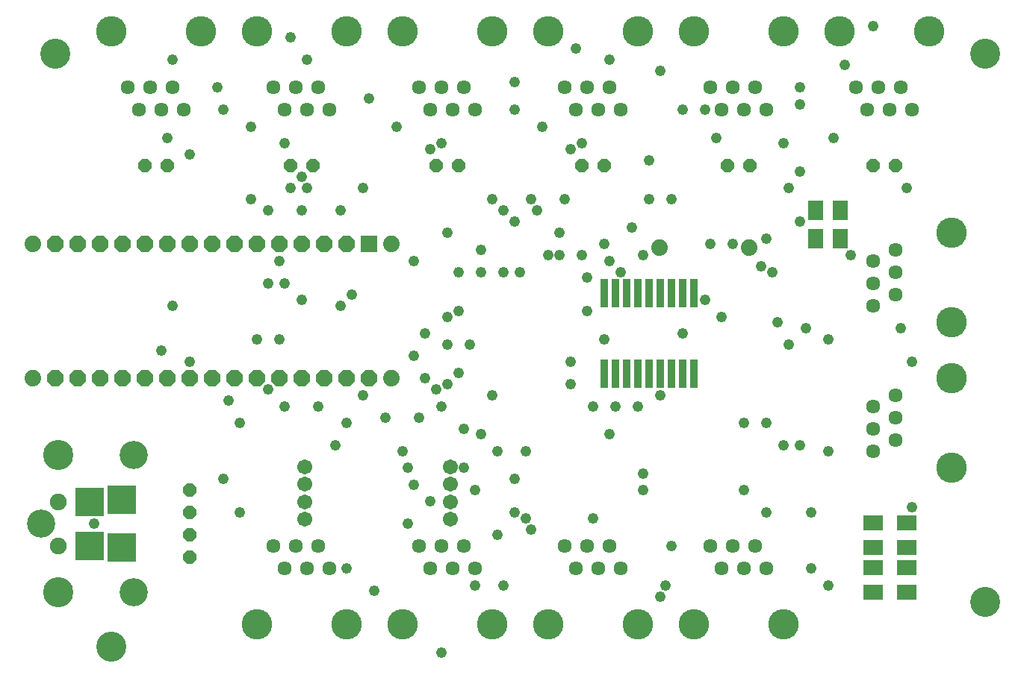
<source format=gts>
G75*
G70*
%OFA0B0*%
%FSLAX24Y24*%
%IPPOS*%
%LPD*%
%AMOC8*
5,1,8,0,0,1.08239X$1,22.5*
%
%ADD10C,0.1340*%
%ADD11C,0.0740*%
%ADD12R,0.0740X0.0740*%
%ADD13OC8,0.0740*%
%ADD14C,0.0634*%
%ADD15C,0.1360*%
%ADD16OC8,0.0600*%
%ADD17R,0.0340X0.1280*%
%ADD18R,0.0867X0.0710*%
%ADD19R,0.0710X0.0867*%
%ADD20C,0.0674*%
%ADD21C,0.1261*%
%ADD22C,0.1346*%
%ADD23R,0.1261X0.1261*%
%ADD24C,0.0749*%
%ADD25C,0.0480*%
D10*
X005062Y002212D03*
X002562Y028712D03*
X044062Y028712D03*
X044062Y004212D03*
D11*
X033550Y020064D03*
X029550Y020064D03*
X017562Y020212D03*
X017562Y014212D03*
X001562Y014212D03*
X001562Y020212D03*
D12*
X016562Y020212D03*
D13*
X015562Y020212D03*
X014562Y020212D03*
X013562Y020212D03*
X012562Y020212D03*
X011562Y020212D03*
X010562Y020212D03*
X009562Y020212D03*
X008562Y020212D03*
X007562Y020212D03*
X006562Y020212D03*
X005562Y020212D03*
X004562Y020212D03*
X003562Y020212D03*
X002562Y020212D03*
X002562Y014212D03*
X003562Y014212D03*
X004562Y014212D03*
X005562Y014212D03*
X006562Y014212D03*
X007562Y014212D03*
X008562Y014212D03*
X009562Y014212D03*
X010562Y014212D03*
X011562Y014212D03*
X012562Y014212D03*
X013562Y014212D03*
X014562Y014212D03*
X015562Y014212D03*
X016562Y014212D03*
D14*
X014312Y006712D03*
X013312Y006712D03*
X012312Y006712D03*
X012812Y005712D03*
X013812Y005712D03*
X014812Y005712D03*
X018812Y006712D03*
X019812Y006712D03*
X020812Y006712D03*
X020312Y005712D03*
X019312Y005712D03*
X021312Y005712D03*
X025312Y006712D03*
X026312Y006712D03*
X027312Y006712D03*
X026812Y005712D03*
X025812Y005712D03*
X027812Y005712D03*
X031812Y006712D03*
X032812Y006712D03*
X033812Y006712D03*
X033312Y005712D03*
X032312Y005712D03*
X034312Y005712D03*
X039062Y010962D03*
X040062Y011462D03*
X039062Y011962D03*
X040062Y012462D03*
X039062Y012962D03*
X040062Y013462D03*
X039062Y017462D03*
X040062Y017962D03*
X039062Y018462D03*
X040062Y018962D03*
X039062Y019462D03*
X040062Y019962D03*
X039812Y026212D03*
X038812Y026212D03*
X038312Y027212D03*
X039312Y027212D03*
X040312Y027212D03*
X040812Y026212D03*
X034312Y026212D03*
X033312Y026212D03*
X032312Y026212D03*
X031812Y027212D03*
X032812Y027212D03*
X033812Y027212D03*
X027812Y026212D03*
X026812Y026212D03*
X025812Y026212D03*
X025312Y027212D03*
X026312Y027212D03*
X027312Y027212D03*
X021312Y026212D03*
X020312Y026212D03*
X019312Y026212D03*
X018812Y027212D03*
X019812Y027212D03*
X020812Y027212D03*
X014812Y026212D03*
X013812Y026212D03*
X012812Y026212D03*
X012312Y027212D03*
X013312Y027212D03*
X014312Y027212D03*
X008312Y026212D03*
X007312Y026212D03*
X006312Y026212D03*
X005812Y027212D03*
X006812Y027212D03*
X007812Y027212D03*
D15*
X009062Y029712D03*
X011562Y029712D03*
X015562Y029712D03*
X018062Y029712D03*
X022062Y029712D03*
X024562Y029712D03*
X028562Y029712D03*
X031062Y029712D03*
X035062Y029712D03*
X037562Y029712D03*
X041562Y029712D03*
X042562Y020712D03*
X042562Y016712D03*
X042562Y014212D03*
X042562Y010212D03*
X035062Y003212D03*
X031062Y003212D03*
X028562Y003212D03*
X024562Y003212D03*
X022062Y003212D03*
X018062Y003212D03*
X015562Y003212D03*
X011562Y003212D03*
X005062Y029712D03*
D16*
X006562Y023712D03*
X007562Y023712D03*
X013062Y023712D03*
X014062Y023712D03*
X019562Y023712D03*
X020562Y023712D03*
X026062Y023712D03*
X027062Y023712D03*
X032562Y023712D03*
X033562Y023712D03*
X039062Y023712D03*
X040062Y023712D03*
X008562Y009212D03*
X008562Y008212D03*
X008562Y007212D03*
X008562Y006212D03*
D17*
X027062Y014407D03*
X027562Y014407D03*
X028062Y014407D03*
X028562Y014407D03*
X029062Y014407D03*
X029562Y014407D03*
X030062Y014407D03*
X030562Y014407D03*
X031062Y014407D03*
X031062Y018017D03*
X030562Y018017D03*
X030062Y018017D03*
X029562Y018017D03*
X029062Y018017D03*
X028562Y018017D03*
X028062Y018017D03*
X027562Y018017D03*
X027062Y018032D03*
D18*
X039062Y007763D03*
X039062Y006660D03*
X039062Y005763D03*
X039062Y004660D03*
X040562Y004660D03*
X040562Y005763D03*
X040562Y006660D03*
X040562Y007763D03*
D19*
X037613Y020462D03*
X036511Y020462D03*
X036511Y021712D03*
X037613Y021712D03*
D20*
X020187Y010268D03*
X020187Y009480D03*
X020187Y008693D03*
X020187Y007906D03*
X013687Y007906D03*
X013687Y008693D03*
X013687Y009480D03*
X013687Y010268D03*
D21*
X006062Y010783D03*
X001928Y007712D03*
X006062Y004641D03*
D22*
X002716Y004641D03*
X002716Y010783D03*
D23*
X004094Y008696D03*
X005531Y008775D03*
X005531Y006649D03*
X004094Y006727D03*
D24*
X002716Y006727D03*
X002716Y008696D03*
D25*
X004312Y007712D03*
X010062Y009712D03*
X010812Y008212D03*
X015062Y011212D03*
X015562Y012212D03*
X014312Y012962D03*
X012812Y012962D03*
X012062Y013712D03*
X010312Y013212D03*
X010812Y012212D03*
X008562Y014962D03*
X007312Y015462D03*
X007812Y017462D03*
X011562Y015962D03*
X012562Y015962D03*
X013562Y017712D03*
X012812Y018462D03*
X012062Y018462D03*
X012562Y019462D03*
X012062Y021712D03*
X011312Y022212D03*
X013062Y022712D03*
X013562Y023212D03*
X013812Y022712D03*
X013562Y021712D03*
X015312Y021712D03*
X016312Y022712D03*
X019312Y024462D03*
X019812Y024712D03*
X017812Y025462D03*
X016562Y026712D03*
X013812Y028462D03*
X013062Y029462D03*
X009812Y027212D03*
X010062Y026212D03*
X011312Y025462D03*
X012812Y024712D03*
X008562Y024212D03*
X007562Y024962D03*
X007812Y028462D03*
X020062Y020712D03*
X018562Y019462D03*
X020562Y018962D03*
X021562Y018962D03*
X022562Y018962D03*
X023312Y018962D03*
X024562Y019712D03*
X025062Y019712D03*
X026062Y019712D03*
X026312Y018712D03*
X027312Y019462D03*
X027812Y018962D03*
X028812Y019712D03*
X027062Y020212D03*
X028312Y020962D03*
X029062Y022212D03*
X030062Y022212D03*
X029062Y023962D03*
X030562Y026212D03*
X031562Y026212D03*
X032062Y024962D03*
X035062Y024712D03*
X035812Y023462D03*
X035312Y022712D03*
X035812Y021212D03*
X034312Y020462D03*
X032812Y020212D03*
X031812Y020212D03*
X034062Y019212D03*
X034562Y018962D03*
X032312Y016962D03*
X031562Y017712D03*
X030562Y016212D03*
X027062Y015962D03*
X026312Y017212D03*
X025562Y014962D03*
X025562Y013962D03*
X026562Y012962D03*
X027562Y012962D03*
X028562Y012962D03*
X029562Y013462D03*
X027312Y011712D03*
X028812Y009962D03*
X028812Y009212D03*
X026562Y007962D03*
X023812Y007462D03*
X023562Y007962D03*
X023062Y008212D03*
X022312Y007212D03*
X021312Y009212D03*
X020812Y010212D03*
X022312Y010962D03*
X021562Y011712D03*
X020812Y011962D03*
X019812Y012962D03*
X019562Y013712D03*
X020062Y013962D03*
X020562Y014462D03*
X019062Y014212D03*
X018562Y015212D03*
X019062Y016212D03*
X020062Y015712D03*
X021062Y015712D03*
X020062Y016962D03*
X020562Y017212D03*
X021562Y019962D03*
X023062Y021212D03*
X022562Y021712D03*
X022062Y022212D03*
X023812Y022212D03*
X024062Y021712D03*
X025312Y022212D03*
X025062Y020712D03*
X025562Y024462D03*
X026062Y024712D03*
X024312Y025462D03*
X023062Y026212D03*
X023062Y027462D03*
X025812Y028962D03*
X027312Y028462D03*
X029562Y027962D03*
X035812Y027212D03*
X035812Y026462D03*
X037312Y024962D03*
X040562Y022712D03*
X038062Y019712D03*
X036062Y016462D03*
X037062Y015962D03*
X035312Y015712D03*
X034812Y016712D03*
X040312Y016462D03*
X040812Y014962D03*
X035812Y011212D03*
X035062Y011212D03*
X034312Y012212D03*
X033312Y012212D03*
X037062Y010962D03*
X033312Y009212D03*
X034312Y008212D03*
X036312Y008212D03*
X036312Y005712D03*
X037062Y004962D03*
X040812Y008462D03*
X030062Y006712D03*
X029812Y004962D03*
X029562Y004462D03*
X022562Y004962D03*
X021312Y004962D03*
X018312Y007712D03*
X019312Y008712D03*
X018562Y009462D03*
X018312Y010212D03*
X018062Y010962D03*
X017312Y012462D03*
X016312Y013462D03*
X018812Y012462D03*
X022062Y013462D03*
X023562Y010962D03*
X023062Y009712D03*
X016812Y004712D03*
X015562Y005712D03*
X019812Y001962D03*
X015312Y017462D03*
X015812Y017962D03*
X037812Y028212D03*
X039062Y029962D03*
M02*

</source>
